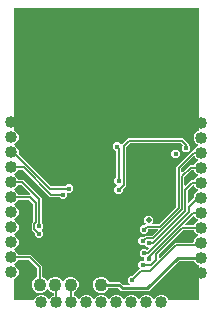
<source format=gbr>
G04 EAGLE Gerber RS-274X export*
G75*
%MOMM*%
%FSLAX34Y34*%
%LPD*%
%INBottom Copper*%
%IPPOS*%
%AMOC8*
5,1,8,0,0,1.08239X$1,22.5*%
G01*
%ADD10C,1.016000*%
%ADD11C,1.100000*%
%ADD12C,0.450000*%
%ADD13C,0.453200*%
%ADD14C,0.152400*%
%ADD15C,0.503200*%
%ADD16C,0.254000*%

G36*
X159837Y2366D02*
X159837Y2366D01*
X159856Y2364D01*
X159958Y2386D01*
X160060Y2402D01*
X160077Y2412D01*
X160097Y2416D01*
X160186Y2469D01*
X160277Y2518D01*
X160291Y2532D01*
X160308Y2542D01*
X160375Y2621D01*
X160447Y2696D01*
X160455Y2714D01*
X160468Y2729D01*
X160507Y2825D01*
X160550Y2919D01*
X160552Y2939D01*
X160560Y2957D01*
X160578Y3124D01*
X160578Y31538D01*
X160559Y31653D01*
X160542Y31769D01*
X160540Y31775D01*
X160539Y31781D01*
X160484Y31883D01*
X160431Y31988D01*
X160426Y31993D01*
X160423Y31998D01*
X160339Y32078D01*
X160255Y32161D01*
X160249Y32164D01*
X160245Y32168D01*
X160228Y32176D01*
X160108Y32242D01*
X158963Y32716D01*
X157176Y34503D01*
X156933Y35089D01*
X156871Y35189D01*
X156812Y35289D01*
X156807Y35293D01*
X156803Y35298D01*
X156713Y35373D01*
X156625Y35449D01*
X156619Y35451D01*
X156614Y35455D01*
X156506Y35497D01*
X156396Y35541D01*
X156389Y35542D01*
X156384Y35543D01*
X156366Y35544D01*
X156230Y35559D01*
X144468Y35559D01*
X144378Y35545D01*
X144287Y35537D01*
X144257Y35525D01*
X144225Y35520D01*
X144144Y35477D01*
X144060Y35441D01*
X144028Y35415D01*
X144008Y35404D01*
X143985Y35381D01*
X143929Y35336D01*
X118052Y9459D01*
X94948Y9459D01*
X92171Y12236D01*
X92097Y12289D01*
X92027Y12349D01*
X91997Y12361D01*
X91971Y12380D01*
X91884Y12407D01*
X91799Y12441D01*
X91758Y12445D01*
X91736Y12452D01*
X91704Y12451D01*
X91632Y12459D01*
X84785Y12459D01*
X84670Y12440D01*
X84554Y12423D01*
X84548Y12421D01*
X84542Y12420D01*
X84439Y12365D01*
X84335Y12312D01*
X84330Y12307D01*
X84325Y12304D01*
X84245Y12220D01*
X84162Y12136D01*
X84159Y12130D01*
X84155Y12126D01*
X84148Y12109D01*
X84082Y11989D01*
X83740Y11165D01*
X81835Y9260D01*
X79347Y8229D01*
X76653Y8229D01*
X74165Y9260D01*
X72260Y11165D01*
X71229Y13653D01*
X71229Y16347D01*
X72260Y18835D01*
X74165Y20740D01*
X76653Y21771D01*
X79347Y21771D01*
X81835Y20740D01*
X83740Y18835D01*
X84082Y18011D01*
X84143Y17911D01*
X84203Y17811D01*
X84208Y17807D01*
X84211Y17802D01*
X84301Y17727D01*
X84390Y17651D01*
X84396Y17649D01*
X84401Y17645D01*
X84509Y17603D01*
X84618Y17559D01*
X84626Y17558D01*
X84630Y17557D01*
X84649Y17556D01*
X84785Y17541D01*
X94052Y17541D01*
X96829Y14764D01*
X96903Y14711D01*
X96973Y14651D01*
X97003Y14639D01*
X97029Y14620D01*
X97116Y14593D01*
X97201Y14559D01*
X97242Y14555D01*
X97264Y14548D01*
X97296Y14549D01*
X97368Y14541D01*
X101832Y14541D01*
X101903Y14552D01*
X101975Y14554D01*
X102024Y14572D01*
X102075Y14580D01*
X102138Y14614D01*
X102206Y14639D01*
X102246Y14671D01*
X102293Y14696D01*
X102342Y14748D01*
X102398Y14792D01*
X102426Y14836D01*
X102462Y14874D01*
X102492Y14939D01*
X102531Y14999D01*
X102544Y15050D01*
X102566Y15097D01*
X102573Y15168D01*
X102591Y15238D01*
X102587Y15290D01*
X102593Y15341D01*
X102577Y15412D01*
X102572Y15483D01*
X102551Y15531D01*
X102540Y15582D01*
X102504Y15643D01*
X102475Y15709D01*
X102431Y15765D01*
X102414Y15793D01*
X102412Y15794D01*
X102412Y15795D01*
X102396Y15809D01*
X102371Y15840D01*
X100619Y17592D01*
X100619Y20508D01*
X102682Y22571D01*
X104471Y22571D01*
X104561Y22585D01*
X104652Y22593D01*
X104681Y22605D01*
X104713Y22610D01*
X104794Y22653D01*
X104878Y22689D01*
X104910Y22715D01*
X104931Y22726D01*
X104953Y22749D01*
X105009Y22794D01*
X109504Y27289D01*
X110470Y28255D01*
X110481Y28271D01*
X110497Y28283D01*
X110553Y28370D01*
X110613Y28454D01*
X110619Y28473D01*
X110630Y28490D01*
X110655Y28590D01*
X110686Y28689D01*
X110685Y28709D01*
X110690Y28729D01*
X110682Y28832D01*
X110679Y28935D01*
X110672Y28954D01*
X110671Y28974D01*
X110631Y29069D01*
X110595Y29166D01*
X110582Y29182D01*
X110575Y29200D01*
X110470Y29331D01*
X109509Y30292D01*
X109509Y33208D01*
X111572Y35271D01*
X113828Y35271D01*
X113848Y35274D01*
X113867Y35272D01*
X113969Y35294D01*
X114071Y35310D01*
X114088Y35320D01*
X114108Y35324D01*
X114197Y35377D01*
X114288Y35426D01*
X114302Y35440D01*
X114319Y35450D01*
X114386Y35529D01*
X114458Y35604D01*
X114466Y35622D01*
X114479Y35637D01*
X114518Y35733D01*
X114561Y35827D01*
X114563Y35847D01*
X114571Y35865D01*
X114589Y36032D01*
X114589Y37628D01*
X114586Y37648D01*
X114588Y37667D01*
X114566Y37769D01*
X114550Y37871D01*
X114540Y37888D01*
X114536Y37908D01*
X114483Y37997D01*
X114434Y38088D01*
X114420Y38102D01*
X114410Y38119D01*
X114331Y38186D01*
X114256Y38258D01*
X114238Y38266D01*
X114223Y38279D01*
X114127Y38318D01*
X114033Y38361D01*
X114013Y38363D01*
X113995Y38371D01*
X113828Y38389D01*
X112842Y38389D01*
X110779Y40452D01*
X110779Y43368D01*
X112842Y45431D01*
X115758Y45431D01*
X116296Y44893D01*
X116312Y44881D01*
X116325Y44866D01*
X116412Y44810D01*
X116496Y44750D01*
X116515Y44744D01*
X116531Y44733D01*
X116632Y44708D01*
X116731Y44677D01*
X116751Y44678D01*
X116770Y44673D01*
X116873Y44681D01*
X116977Y44684D01*
X116995Y44690D01*
X117015Y44692D01*
X117110Y44732D01*
X117208Y44768D01*
X117223Y44781D01*
X117242Y44788D01*
X117373Y44893D01*
X117923Y45444D01*
X117965Y45502D01*
X118015Y45554D01*
X118037Y45602D01*
X118067Y45644D01*
X118088Y45712D01*
X118118Y45777D01*
X118124Y45829D01*
X118139Y45879D01*
X118137Y45951D01*
X118145Y46022D01*
X118134Y46073D01*
X118133Y46125D01*
X118108Y46192D01*
X118093Y46262D01*
X118066Y46307D01*
X118049Y46356D01*
X118004Y46412D01*
X117967Y46473D01*
X117927Y46507D01*
X117895Y46548D01*
X117835Y46587D01*
X117780Y46633D01*
X117732Y46653D01*
X117688Y46681D01*
X117618Y46698D01*
X117552Y46725D01*
X117481Y46733D01*
X117449Y46741D01*
X117426Y46739D01*
X117385Y46744D01*
X117114Y46744D01*
X115437Y48421D01*
X115420Y48433D01*
X115408Y48448D01*
X115321Y48504D01*
X115237Y48565D01*
X115218Y48570D01*
X115201Y48581D01*
X115101Y48606D01*
X115002Y48637D01*
X114982Y48636D01*
X114962Y48641D01*
X114860Y48633D01*
X114756Y48631D01*
X114737Y48624D01*
X114717Y48622D01*
X114622Y48582D01*
X114534Y48549D01*
X111572Y48549D01*
X109509Y50612D01*
X109509Y53528D01*
X111572Y55591D01*
X113361Y55591D01*
X113451Y55605D01*
X113542Y55613D01*
X113571Y55625D01*
X113603Y55630D01*
X113684Y55673D01*
X113768Y55709D01*
X113800Y55735D01*
X113821Y55746D01*
X113843Y55769D01*
X113899Y55814D01*
X114728Y56643D01*
X120904Y56643D01*
X120994Y56657D01*
X121085Y56665D01*
X121115Y56677D01*
X121147Y56682D01*
X121227Y56725D01*
X121311Y56761D01*
X121343Y56787D01*
X121364Y56798D01*
X121386Y56821D01*
X121442Y56866D01*
X125679Y61102D01*
X125721Y61160D01*
X125770Y61212D01*
X125792Y61260D01*
X125822Y61302D01*
X125844Y61370D01*
X125874Y61436D01*
X125879Y61487D01*
X125895Y61537D01*
X125893Y61609D01*
X125901Y61680D01*
X125890Y61731D01*
X125888Y61783D01*
X125864Y61850D01*
X125849Y61920D01*
X125822Y61965D01*
X125804Y62014D01*
X125759Y62070D01*
X125722Y62131D01*
X125683Y62165D01*
X125650Y62206D01*
X125590Y62245D01*
X125536Y62291D01*
X125487Y62311D01*
X125443Y62339D01*
X125374Y62357D01*
X125307Y62383D01*
X125236Y62391D01*
X125205Y62399D01*
X125182Y62397D01*
X125141Y62402D01*
X118246Y62402D01*
X118227Y62399D01*
X118207Y62401D01*
X118106Y62379D01*
X118004Y62362D01*
X117986Y62353D01*
X117967Y62349D01*
X117878Y62295D01*
X117786Y62247D01*
X117773Y62233D01*
X117756Y62222D01*
X117688Y62144D01*
X117617Y62069D01*
X117609Y62051D01*
X117596Y62035D01*
X117557Y61939D01*
X117513Y61846D01*
X117511Y61826D01*
X117504Y61807D01*
X117485Y61641D01*
X117485Y60436D01*
X115423Y58374D01*
X112506Y58374D01*
X110444Y60436D01*
X110444Y63353D01*
X112506Y65415D01*
X114295Y65415D01*
X114385Y65430D01*
X114476Y65437D01*
X114506Y65450D01*
X114538Y65455D01*
X114619Y65498D01*
X114702Y65533D01*
X114735Y65559D01*
X114755Y65570D01*
X114777Y65593D01*
X114833Y65638D01*
X115362Y66166D01*
X115373Y66183D01*
X115389Y66195D01*
X115445Y66282D01*
X115505Y66366D01*
X115511Y66385D01*
X115522Y66402D01*
X115547Y66503D01*
X115578Y66601D01*
X115577Y66621D01*
X115582Y66641D01*
X115574Y66744D01*
X115571Y66847D01*
X115564Y66866D01*
X115563Y66886D01*
X115522Y66981D01*
X115487Y67078D01*
X115474Y67094D01*
X115467Y67112D01*
X115362Y67243D01*
X114323Y68281D01*
X114323Y71419D01*
X116541Y73637D01*
X119679Y73637D01*
X121897Y71419D01*
X121897Y68281D01*
X121382Y67767D01*
X121340Y67709D01*
X121291Y67657D01*
X121269Y67609D01*
X121239Y67567D01*
X121217Y67499D01*
X121187Y67434D01*
X121181Y67382D01*
X121166Y67332D01*
X121168Y67260D01*
X121160Y67189D01*
X121171Y67138D01*
X121173Y67086D01*
X121197Y67019D01*
X121212Y66949D01*
X121239Y66904D01*
X121257Y66855D01*
X121302Y66799D01*
X121339Y66738D01*
X121378Y66704D01*
X121411Y66663D01*
X121471Y66624D01*
X121525Y66578D01*
X121574Y66558D01*
X121618Y66530D01*
X121687Y66513D01*
X121754Y66486D01*
X121825Y66478D01*
X121856Y66470D01*
X121879Y66472D01*
X121920Y66467D01*
X126777Y66467D01*
X126867Y66482D01*
X126958Y66489D01*
X126988Y66502D01*
X127020Y66507D01*
X127101Y66550D01*
X127185Y66585D01*
X127217Y66611D01*
X127237Y66622D01*
X127260Y66645D01*
X127315Y66690D01*
X141254Y80629D01*
X141307Y80703D01*
X141367Y80772D01*
X141379Y80803D01*
X141398Y80829D01*
X141425Y80916D01*
X141459Y81001D01*
X141463Y81042D01*
X141470Y81064D01*
X141469Y81096D01*
X141477Y81167D01*
X141477Y115142D01*
X155368Y129033D01*
X156019Y129033D01*
X156134Y129052D01*
X156250Y129069D01*
X156256Y129071D01*
X156262Y129072D01*
X156364Y129127D01*
X156470Y129180D01*
X156474Y129185D01*
X156479Y129188D01*
X156559Y129272D01*
X156642Y129356D01*
X156645Y129362D01*
X156649Y129366D01*
X156657Y129383D01*
X156723Y129503D01*
X157176Y130597D01*
X158963Y132384D01*
X159597Y132647D01*
X159658Y132684D01*
X159723Y132714D01*
X159762Y132749D01*
X159806Y132776D01*
X159852Y132831D01*
X159905Y132880D01*
X159930Y132926D01*
X159963Y132966D01*
X159989Y133033D01*
X160023Y133096D01*
X160032Y133147D01*
X160051Y133195D01*
X160054Y133267D01*
X160067Y133338D01*
X160059Y133389D01*
X160062Y133441D01*
X160042Y133510D01*
X160031Y133581D01*
X160007Y133627D01*
X159993Y133677D01*
X159952Y133736D01*
X159920Y133800D01*
X159882Y133837D01*
X159853Y133879D01*
X159795Y133922D01*
X159744Y133972D01*
X159681Y134007D01*
X159655Y134026D01*
X159633Y134033D01*
X159597Y134053D01*
X158963Y134316D01*
X157176Y136103D01*
X156209Y138437D01*
X156209Y140963D01*
X157176Y143297D01*
X158963Y145084D01*
X160108Y145558D01*
X160208Y145620D01*
X160308Y145680D01*
X160312Y145685D01*
X160317Y145688D01*
X160392Y145779D01*
X160468Y145867D01*
X160470Y145873D01*
X160474Y145878D01*
X160516Y145986D01*
X160560Y146095D01*
X160561Y146103D01*
X160562Y146107D01*
X160563Y146125D01*
X160578Y146262D01*
X160578Y248989D01*
X160575Y249009D01*
X160577Y249028D01*
X160555Y249130D01*
X160539Y249232D01*
X160529Y249249D01*
X160525Y249269D01*
X160472Y249358D01*
X160423Y249449D01*
X160409Y249463D01*
X160399Y249480D01*
X160320Y249547D01*
X160245Y249619D01*
X160227Y249627D01*
X160212Y249640D01*
X160116Y249679D01*
X160022Y249722D01*
X160002Y249724D01*
X159984Y249732D01*
X159817Y249750D01*
X4775Y249750D01*
X4755Y249747D01*
X4736Y249749D01*
X4634Y249727D01*
X4532Y249710D01*
X4515Y249701D01*
X4495Y249697D01*
X4406Y249644D01*
X4315Y249595D01*
X4301Y249581D01*
X4284Y249571D01*
X4217Y249492D01*
X4145Y249417D01*
X4137Y249399D01*
X4124Y249384D01*
X4085Y249288D01*
X4042Y249194D01*
X4040Y249174D01*
X4032Y249156D01*
X4014Y248989D01*
X4014Y146531D01*
X4033Y146416D01*
X4050Y146300D01*
X4052Y146294D01*
X4053Y146288D01*
X4108Y146186D01*
X4161Y146081D01*
X4166Y146076D01*
X4169Y146071D01*
X4253Y145991D01*
X4337Y145908D01*
X4343Y145905D01*
X4347Y145901D01*
X4364Y145894D01*
X4484Y145828D01*
X5232Y145517D01*
X7019Y143731D01*
X7986Y141397D01*
X7986Y138870D01*
X7019Y136536D01*
X5232Y134750D01*
X4598Y134487D01*
X4537Y134449D01*
X4471Y134420D01*
X4433Y134385D01*
X4389Y134357D01*
X4343Y134302D01*
X4290Y134254D01*
X4265Y134208D01*
X4232Y134168D01*
X4206Y134101D01*
X4172Y134038D01*
X4163Y133987D01*
X4144Y133938D01*
X4141Y133867D01*
X4128Y133796D01*
X4136Y133744D01*
X4133Y133692D01*
X4153Y133624D01*
X4164Y133553D01*
X4187Y133506D01*
X4202Y133456D01*
X4243Y133397D01*
X4275Y133333D01*
X4313Y133297D01*
X4342Y133254D01*
X4400Y133211D01*
X4451Y133161D01*
X4514Y133127D01*
X4540Y133107D01*
X4562Y133100D01*
X4598Y133080D01*
X5232Y132817D01*
X7019Y131031D01*
X7986Y128697D01*
X7986Y126156D01*
X8000Y126066D01*
X8008Y125975D01*
X8020Y125945D01*
X8025Y125913D01*
X8068Y125832D01*
X8104Y125748D01*
X8130Y125716D01*
X8141Y125696D01*
X8164Y125673D01*
X8209Y125617D01*
X35050Y98776D01*
X35124Y98723D01*
X35194Y98663D01*
X35224Y98651D01*
X35250Y98632D01*
X35337Y98605D01*
X35422Y98571D01*
X35463Y98567D01*
X35485Y98560D01*
X35517Y98561D01*
X35589Y98553D01*
X47538Y98553D01*
X47628Y98567D01*
X47719Y98575D01*
X47749Y98587D01*
X47781Y98592D01*
X47862Y98635D01*
X47946Y98671D01*
X47978Y98697D01*
X47998Y98708D01*
X48021Y98731D01*
X48077Y98776D01*
X49342Y100041D01*
X52258Y100041D01*
X54321Y97978D01*
X54321Y95062D01*
X52258Y92999D01*
X50002Y92999D01*
X49982Y92996D01*
X49963Y92998D01*
X49861Y92976D01*
X49759Y92960D01*
X49742Y92950D01*
X49722Y92946D01*
X49633Y92893D01*
X49542Y92844D01*
X49528Y92830D01*
X49511Y92820D01*
X49444Y92741D01*
X49372Y92666D01*
X49364Y92648D01*
X49351Y92633D01*
X49312Y92537D01*
X49269Y92443D01*
X49267Y92423D01*
X49259Y92405D01*
X49241Y92238D01*
X49241Y89982D01*
X47178Y87919D01*
X44262Y87919D01*
X42997Y89184D01*
X42923Y89237D01*
X42853Y89297D01*
X42823Y89309D01*
X42797Y89328D01*
X42710Y89355D01*
X42625Y89389D01*
X42584Y89393D01*
X42562Y89400D01*
X42530Y89399D01*
X42458Y89407D01*
X34718Y89407D01*
X11647Y112478D01*
X11573Y112531D01*
X11504Y112590D01*
X11474Y112603D01*
X11448Y112621D01*
X11361Y112648D01*
X11276Y112682D01*
X11235Y112687D01*
X11213Y112694D01*
X11180Y112693D01*
X11109Y112701D01*
X8176Y112701D01*
X8061Y112682D01*
X7945Y112665D01*
X7939Y112662D01*
X7933Y112661D01*
X7831Y112607D01*
X7725Y112553D01*
X7721Y112549D01*
X7716Y112546D01*
X7636Y112462D01*
X7553Y112378D01*
X7550Y112371D01*
X7546Y112368D01*
X7538Y112351D01*
X7472Y112231D01*
X7019Y111136D01*
X5232Y109350D01*
X4598Y109087D01*
X4537Y109049D01*
X4471Y109020D01*
X4433Y108985D01*
X4389Y108957D01*
X4343Y108902D01*
X4290Y108854D01*
X4265Y108808D01*
X4232Y108768D01*
X4206Y108701D01*
X4172Y108638D01*
X4163Y108587D01*
X4144Y108538D01*
X4141Y108467D01*
X4128Y108396D01*
X4136Y108344D01*
X4133Y108292D01*
X4153Y108224D01*
X4164Y108153D01*
X4187Y108106D01*
X4202Y108056D01*
X4243Y107997D01*
X4275Y107933D01*
X4313Y107897D01*
X4342Y107854D01*
X4400Y107811D01*
X4451Y107761D01*
X4514Y107727D01*
X4540Y107707D01*
X4562Y107700D01*
X4598Y107680D01*
X5232Y107417D01*
X7019Y105631D01*
X7472Y104536D01*
X7534Y104436D01*
X7594Y104337D01*
X7599Y104333D01*
X7602Y104327D01*
X7693Y104252D01*
X7781Y104177D01*
X7787Y104174D01*
X7791Y104170D01*
X7900Y104129D01*
X8009Y104085D01*
X8016Y104084D01*
X8021Y104082D01*
X8039Y104081D01*
X8176Y104066D01*
X11838Y104066D01*
X27433Y88472D01*
X27433Y68032D01*
X27447Y67942D01*
X27455Y67851D01*
X27467Y67821D01*
X27472Y67789D01*
X27515Y67708D01*
X27551Y67624D01*
X27577Y67592D01*
X27588Y67572D01*
X27611Y67549D01*
X27656Y67493D01*
X28921Y66228D01*
X28921Y63312D01*
X27742Y62133D01*
X27731Y62117D01*
X27715Y62105D01*
X27659Y62017D01*
X27599Y61934D01*
X27593Y61915D01*
X27582Y61898D01*
X27557Y61797D01*
X27526Y61698D01*
X27527Y61679D01*
X27522Y61659D01*
X27530Y61556D01*
X27533Y61453D01*
X27540Y61434D01*
X27541Y61414D01*
X27582Y61319D01*
X27617Y61222D01*
X27630Y61206D01*
X27638Y61188D01*
X27742Y61057D01*
X28921Y59878D01*
X28921Y56962D01*
X26858Y54899D01*
X23942Y54899D01*
X21879Y56962D01*
X21879Y58751D01*
X21865Y58841D01*
X21857Y58932D01*
X21845Y58961D01*
X21840Y58993D01*
X21797Y59074D01*
X21761Y59158D01*
X21735Y59190D01*
X21724Y59211D01*
X21701Y59233D01*
X21656Y59289D01*
X19085Y61860D01*
X19085Y67386D01*
X20350Y68651D01*
X20403Y68725D01*
X20463Y68794D01*
X20475Y68824D01*
X20494Y68850D01*
X20521Y68937D01*
X20555Y69022D01*
X20559Y69063D01*
X20566Y69086D01*
X20565Y69118D01*
X20573Y69189D01*
X20573Y82917D01*
X20559Y83007D01*
X20551Y83098D01*
X20539Y83127D01*
X20534Y83159D01*
X20491Y83240D01*
X20455Y83324D01*
X20429Y83356D01*
X20418Y83377D01*
X20395Y83399D01*
X20350Y83455D01*
X16727Y87078D01*
X16653Y87131D01*
X16584Y87190D01*
X16554Y87203D01*
X16528Y87221D01*
X16441Y87248D01*
X16356Y87282D01*
X16315Y87287D01*
X16293Y87294D01*
X16260Y87293D01*
X16189Y87301D01*
X8176Y87301D01*
X8061Y87282D01*
X7945Y87265D01*
X7939Y87262D01*
X7933Y87261D01*
X7831Y87207D01*
X7725Y87153D01*
X7721Y87149D01*
X7716Y87146D01*
X7636Y87062D01*
X7553Y86978D01*
X7550Y86971D01*
X7546Y86968D01*
X7538Y86951D01*
X7472Y86831D01*
X7019Y85736D01*
X5232Y83950D01*
X4598Y83687D01*
X4537Y83649D01*
X4471Y83620D01*
X4433Y83585D01*
X4389Y83557D01*
X4343Y83502D01*
X4290Y83454D01*
X4265Y83408D01*
X4232Y83368D01*
X4206Y83301D01*
X4172Y83238D01*
X4163Y83187D01*
X4144Y83138D01*
X4141Y83067D01*
X4128Y82996D01*
X4136Y82944D01*
X4133Y82892D01*
X4153Y82824D01*
X4164Y82753D01*
X4187Y82706D01*
X4202Y82656D01*
X4243Y82597D01*
X4275Y82533D01*
X4313Y82497D01*
X4342Y82454D01*
X4400Y82411D01*
X4451Y82361D01*
X4514Y82327D01*
X4540Y82307D01*
X4562Y82300D01*
X4598Y82280D01*
X5232Y82017D01*
X7019Y80231D01*
X7986Y77897D01*
X7986Y75370D01*
X7019Y73036D01*
X5232Y71250D01*
X4598Y70987D01*
X4537Y70949D01*
X4471Y70920D01*
X4433Y70885D01*
X4389Y70857D01*
X4343Y70802D01*
X4290Y70754D01*
X4265Y70708D01*
X4232Y70668D01*
X4206Y70601D01*
X4172Y70538D01*
X4163Y70487D01*
X4144Y70438D01*
X4141Y70367D01*
X4128Y70296D01*
X4136Y70244D01*
X4133Y70192D01*
X4153Y70124D01*
X4164Y70053D01*
X4187Y70006D01*
X4202Y69956D01*
X4243Y69897D01*
X4275Y69833D01*
X4313Y69797D01*
X4342Y69754D01*
X4400Y69711D01*
X4451Y69661D01*
X4514Y69627D01*
X4540Y69607D01*
X4562Y69600D01*
X4598Y69580D01*
X5232Y69317D01*
X7019Y67531D01*
X7986Y65197D01*
X7986Y62670D01*
X7019Y60336D01*
X5232Y58550D01*
X4598Y58287D01*
X4537Y58249D01*
X4471Y58220D01*
X4433Y58185D01*
X4389Y58157D01*
X4343Y58102D01*
X4290Y58054D01*
X4265Y58008D01*
X4232Y57968D01*
X4206Y57901D01*
X4172Y57838D01*
X4163Y57787D01*
X4144Y57738D01*
X4141Y57667D01*
X4128Y57596D01*
X4136Y57544D01*
X4133Y57492D01*
X4153Y57424D01*
X4164Y57353D01*
X4187Y57306D01*
X4202Y57256D01*
X4243Y57197D01*
X4275Y57133D01*
X4313Y57097D01*
X4342Y57054D01*
X4400Y57011D01*
X4451Y56961D01*
X4514Y56927D01*
X4540Y56907D01*
X4562Y56900D01*
X4598Y56880D01*
X5232Y56617D01*
X7019Y54831D01*
X7986Y52497D01*
X7986Y49970D01*
X7019Y47636D01*
X5232Y45850D01*
X4598Y45587D01*
X4537Y45549D01*
X4471Y45520D01*
X4433Y45485D01*
X4389Y45457D01*
X4343Y45402D01*
X4290Y45354D01*
X4265Y45308D01*
X4232Y45268D01*
X4206Y45201D01*
X4172Y45138D01*
X4163Y45087D01*
X4144Y45038D01*
X4141Y44967D01*
X4128Y44896D01*
X4136Y44844D01*
X4133Y44792D01*
X4153Y44724D01*
X4164Y44653D01*
X4187Y44606D01*
X4202Y44556D01*
X4243Y44497D01*
X4275Y44433D01*
X4313Y44397D01*
X4342Y44354D01*
X4400Y44311D01*
X4451Y44261D01*
X4514Y44227D01*
X4540Y44207D01*
X4562Y44200D01*
X4598Y44180D01*
X5232Y43917D01*
X7019Y42131D01*
X7472Y41036D01*
X7534Y40936D01*
X7594Y40837D01*
X7599Y40833D01*
X7602Y40827D01*
X7693Y40752D01*
X7781Y40677D01*
X7787Y40674D01*
X7791Y40670D01*
X7900Y40629D01*
X8009Y40585D01*
X8016Y40584D01*
X8021Y40582D01*
X8039Y40581D01*
X8176Y40566D01*
X18308Y40566D01*
X28033Y30842D01*
X28033Y21995D01*
X28052Y21880D01*
X28069Y21764D01*
X28071Y21759D01*
X28072Y21752D01*
X28127Y21650D01*
X28180Y21545D01*
X28185Y21541D01*
X28188Y21535D01*
X28272Y21455D01*
X28356Y21373D01*
X28362Y21369D01*
X28366Y21366D01*
X28383Y21358D01*
X28503Y21292D01*
X29835Y20740D01*
X31740Y18835D01*
X31797Y18698D01*
X31834Y18637D01*
X31864Y18572D01*
X31899Y18533D01*
X31926Y18489D01*
X31981Y18444D01*
X32030Y18391D01*
X32076Y18366D01*
X32116Y18332D01*
X32183Y18307D01*
X32246Y18272D01*
X32297Y18263D01*
X32345Y18244D01*
X32417Y18241D01*
X32488Y18228D01*
X32539Y18236D01*
X32591Y18234D01*
X32660Y18254D01*
X32731Y18264D01*
X32777Y18288D01*
X32827Y18302D01*
X32886Y18343D01*
X32950Y18376D01*
X32987Y18413D01*
X33029Y18443D01*
X33072Y18500D01*
X33122Y18551D01*
X33157Y18614D01*
X33176Y18640D01*
X33183Y18662D01*
X33203Y18698D01*
X33260Y18835D01*
X35165Y20740D01*
X37653Y21771D01*
X40347Y21771D01*
X42835Y20740D01*
X44740Y18835D01*
X44797Y18698D01*
X44835Y18637D01*
X44864Y18572D01*
X44899Y18533D01*
X44926Y18489D01*
X44982Y18444D01*
X45030Y18391D01*
X45076Y18366D01*
X45116Y18332D01*
X45183Y18307D01*
X45246Y18272D01*
X45297Y18263D01*
X45345Y18244D01*
X45417Y18241D01*
X45488Y18228D01*
X45539Y18236D01*
X45591Y18234D01*
X45660Y18254D01*
X45731Y18264D01*
X45777Y18288D01*
X45827Y18302D01*
X45886Y18343D01*
X45950Y18376D01*
X45987Y18413D01*
X46029Y18443D01*
X46072Y18500D01*
X46122Y18551D01*
X46157Y18614D01*
X46176Y18640D01*
X46183Y18662D01*
X46203Y18698D01*
X46260Y18835D01*
X48165Y20740D01*
X50653Y21771D01*
X53347Y21771D01*
X55835Y20740D01*
X57740Y18835D01*
X58771Y16347D01*
X58771Y13653D01*
X57740Y11165D01*
X55835Y9260D01*
X55097Y8954D01*
X54997Y8893D01*
X54897Y8833D01*
X54893Y8828D01*
X54888Y8824D01*
X54813Y8734D01*
X54737Y8646D01*
X54735Y8640D01*
X54731Y8635D01*
X54689Y8527D01*
X54645Y8418D01*
X54644Y8410D01*
X54643Y8405D01*
X54642Y8387D01*
X54627Y8251D01*
X54627Y6668D01*
X54646Y6553D01*
X54663Y6437D01*
X54665Y6431D01*
X54666Y6425D01*
X54721Y6323D01*
X54774Y6217D01*
X54779Y6213D01*
X54782Y6208D01*
X54866Y6128D01*
X54950Y6045D01*
X54956Y6042D01*
X54960Y6038D01*
X54977Y6030D01*
X55097Y5964D01*
X56191Y5511D01*
X57978Y3724D01*
X58241Y3090D01*
X58278Y3029D01*
X58308Y2963D01*
X58343Y2925D01*
X58370Y2881D01*
X58426Y2835D01*
X58474Y2782D01*
X58520Y2757D01*
X58560Y2724D01*
X58627Y2698D01*
X58690Y2664D01*
X58741Y2655D01*
X58789Y2636D01*
X58861Y2633D01*
X58932Y2620D01*
X58983Y2628D01*
X59035Y2625D01*
X59104Y2645D01*
X59175Y2656D01*
X59221Y2679D01*
X59271Y2694D01*
X59330Y2735D01*
X59394Y2767D01*
X59431Y2805D01*
X59473Y2834D01*
X59516Y2892D01*
X59566Y2943D01*
X59601Y3006D01*
X59620Y3032D01*
X59628Y3054D01*
X59647Y3090D01*
X59910Y3724D01*
X61697Y5511D01*
X64031Y6478D01*
X66557Y6478D01*
X68891Y5511D01*
X70678Y3724D01*
X70941Y3090D01*
X70978Y3029D01*
X71008Y2963D01*
X71043Y2925D01*
X71070Y2881D01*
X71126Y2835D01*
X71174Y2782D01*
X71220Y2757D01*
X71260Y2724D01*
X71327Y2698D01*
X71390Y2664D01*
X71441Y2655D01*
X71489Y2636D01*
X71561Y2633D01*
X71632Y2620D01*
X71683Y2628D01*
X71735Y2625D01*
X71804Y2645D01*
X71875Y2656D01*
X71921Y2679D01*
X71971Y2694D01*
X72030Y2735D01*
X72094Y2767D01*
X72131Y2805D01*
X72173Y2834D01*
X72216Y2892D01*
X72266Y2943D01*
X72301Y3006D01*
X72320Y3032D01*
X72328Y3054D01*
X72347Y3090D01*
X72610Y3724D01*
X74397Y5511D01*
X76731Y6478D01*
X79257Y6478D01*
X81591Y5511D01*
X83378Y3724D01*
X83641Y3090D01*
X83678Y3029D01*
X83708Y2963D01*
X83743Y2925D01*
X83770Y2881D01*
X83826Y2835D01*
X83874Y2782D01*
X83920Y2757D01*
X83960Y2724D01*
X84027Y2698D01*
X84090Y2664D01*
X84141Y2655D01*
X84189Y2636D01*
X84261Y2633D01*
X84332Y2620D01*
X84383Y2628D01*
X84435Y2625D01*
X84504Y2645D01*
X84575Y2656D01*
X84621Y2679D01*
X84671Y2694D01*
X84730Y2735D01*
X84794Y2767D01*
X84831Y2805D01*
X84873Y2834D01*
X84916Y2892D01*
X84966Y2943D01*
X85001Y3006D01*
X85020Y3032D01*
X85027Y3054D01*
X85047Y3090D01*
X85310Y3724D01*
X87097Y5511D01*
X89431Y6478D01*
X91957Y6478D01*
X94291Y5511D01*
X96078Y3724D01*
X96341Y3090D01*
X96378Y3029D01*
X96408Y2963D01*
X96443Y2925D01*
X96470Y2881D01*
X96526Y2835D01*
X96574Y2782D01*
X96620Y2757D01*
X96660Y2724D01*
X96727Y2698D01*
X96790Y2664D01*
X96841Y2655D01*
X96889Y2636D01*
X96961Y2633D01*
X97032Y2620D01*
X97083Y2628D01*
X97135Y2625D01*
X97204Y2645D01*
X97275Y2656D01*
X97321Y2679D01*
X97371Y2694D01*
X97430Y2735D01*
X97494Y2767D01*
X97531Y2805D01*
X97573Y2834D01*
X97616Y2892D01*
X97666Y2943D01*
X97701Y3006D01*
X97720Y3032D01*
X97727Y3054D01*
X97747Y3090D01*
X98010Y3724D01*
X99797Y5511D01*
X102131Y6478D01*
X104657Y6478D01*
X106991Y5511D01*
X108778Y3724D01*
X109041Y3090D01*
X109078Y3029D01*
X109108Y2963D01*
X109143Y2925D01*
X109170Y2881D01*
X109226Y2835D01*
X109274Y2782D01*
X109320Y2757D01*
X109360Y2724D01*
X109427Y2698D01*
X109490Y2664D01*
X109541Y2655D01*
X109589Y2636D01*
X109661Y2633D01*
X109732Y2620D01*
X109783Y2628D01*
X109835Y2625D01*
X109904Y2645D01*
X109975Y2656D01*
X110021Y2679D01*
X110071Y2694D01*
X110130Y2735D01*
X110194Y2767D01*
X110231Y2805D01*
X110273Y2834D01*
X110316Y2892D01*
X110366Y2943D01*
X110401Y3006D01*
X110420Y3032D01*
X110427Y3054D01*
X110447Y3090D01*
X110710Y3724D01*
X112497Y5511D01*
X114831Y6478D01*
X117357Y6478D01*
X119691Y5511D01*
X121478Y3724D01*
X121741Y3090D01*
X121778Y3029D01*
X121808Y2963D01*
X121843Y2925D01*
X121870Y2881D01*
X121926Y2835D01*
X121974Y2782D01*
X122020Y2757D01*
X122060Y2724D01*
X122127Y2698D01*
X122190Y2664D01*
X122241Y2655D01*
X122289Y2636D01*
X122361Y2633D01*
X122432Y2620D01*
X122483Y2628D01*
X122535Y2625D01*
X122604Y2645D01*
X122675Y2656D01*
X122721Y2679D01*
X122771Y2694D01*
X122830Y2735D01*
X122894Y2767D01*
X122931Y2805D01*
X122973Y2834D01*
X123016Y2892D01*
X123066Y2943D01*
X123101Y3006D01*
X123120Y3032D01*
X123127Y3054D01*
X123147Y3090D01*
X123410Y3724D01*
X125197Y5511D01*
X127531Y6478D01*
X130057Y6478D01*
X132391Y5511D01*
X134178Y3724D01*
X134547Y2833D01*
X134609Y2733D01*
X134669Y2633D01*
X134674Y2629D01*
X134677Y2624D01*
X134767Y2549D01*
X134856Y2473D01*
X134862Y2471D01*
X134866Y2467D01*
X134974Y2425D01*
X135084Y2381D01*
X135091Y2380D01*
X135096Y2379D01*
X135114Y2378D01*
X135251Y2363D01*
X159817Y2363D01*
X159837Y2366D01*
G37*
%LPC*%
G36*
X91252Y91729D02*
X91252Y91729D01*
X89189Y93792D01*
X89189Y96708D01*
X91003Y98522D01*
X91014Y98538D01*
X91030Y98550D01*
X91060Y98597D01*
X91075Y98613D01*
X91088Y98640D01*
X91146Y98721D01*
X91152Y98740D01*
X91163Y98757D01*
X91188Y98858D01*
X91219Y98957D01*
X91218Y98976D01*
X91223Y98996D01*
X91215Y99099D01*
X91212Y99202D01*
X91205Y99221D01*
X91204Y99241D01*
X91163Y99336D01*
X91128Y99433D01*
X91115Y99449D01*
X91107Y99467D01*
X91003Y99598D01*
X89189Y101412D01*
X89189Y104328D01*
X90454Y105593D01*
X90507Y105667D01*
X90567Y105737D01*
X90579Y105767D01*
X90598Y105793D01*
X90625Y105880D01*
X90659Y105965D01*
X90663Y106006D01*
X90670Y106028D01*
X90669Y106060D01*
X90677Y106132D01*
X90677Y127798D01*
X90674Y127818D01*
X90676Y127837D01*
X90654Y127939D01*
X90638Y128041D01*
X90628Y128058D01*
X90624Y128078D01*
X90571Y128167D01*
X90522Y128258D01*
X90508Y128272D01*
X90498Y128289D01*
X90419Y128356D01*
X90344Y128428D01*
X90326Y128436D01*
X90311Y128449D01*
X90215Y128488D01*
X90121Y128531D01*
X90101Y128533D01*
X90083Y128541D01*
X89990Y128551D01*
X87919Y130622D01*
X87919Y133538D01*
X89982Y135601D01*
X92898Y135601D01*
X94494Y134005D01*
X94510Y133994D01*
X94523Y133978D01*
X94610Y133922D01*
X94694Y133862D01*
X94713Y133856D01*
X94729Y133845D01*
X94830Y133820D01*
X94929Y133789D01*
X94949Y133790D01*
X94968Y133785D01*
X95071Y133793D01*
X95175Y133796D01*
X95193Y133803D01*
X95213Y133804D01*
X95308Y133844D01*
X95406Y133880D01*
X95421Y133893D01*
X95440Y133900D01*
X95570Y134005D01*
X96373Y134808D01*
X99344Y137779D01*
X100758Y139193D01*
X146892Y139193D01*
X151893Y134192D01*
X151893Y134072D01*
X151907Y133982D01*
X151915Y133891D01*
X151927Y133861D01*
X151932Y133829D01*
X151959Y133779D01*
X151960Y133778D01*
X151975Y133748D01*
X152011Y133664D01*
X152037Y133632D01*
X152048Y133612D01*
X152071Y133589D01*
X152076Y133583D01*
X152085Y133568D01*
X152095Y133560D01*
X152116Y133533D01*
X153381Y132268D01*
X153381Y129352D01*
X151318Y127289D01*
X148402Y127289D01*
X146339Y129352D01*
X146339Y132268D01*
X146665Y132594D01*
X146676Y132610D01*
X146692Y132623D01*
X146748Y132710D01*
X146808Y132794D01*
X146814Y132813D01*
X146825Y132829D01*
X146850Y132930D01*
X146881Y133029D01*
X146880Y133049D01*
X146885Y133068D01*
X146877Y133171D01*
X146874Y133275D01*
X146867Y133293D01*
X146866Y133313D01*
X146826Y133408D01*
X146790Y133506D01*
X146777Y133521D01*
X146770Y133540D01*
X146665Y133670D01*
X145431Y134904D01*
X145357Y134957D01*
X145288Y135017D01*
X145257Y135029D01*
X145231Y135048D01*
X145144Y135075D01*
X145059Y135109D01*
X145018Y135113D01*
X144996Y135120D01*
X144964Y135119D01*
X144893Y135127D01*
X102757Y135127D01*
X102667Y135113D01*
X102576Y135105D01*
X102547Y135093D01*
X102515Y135088D01*
X102434Y135045D01*
X102350Y135009D01*
X102318Y134983D01*
X102297Y134972D01*
X102275Y134949D01*
X102219Y134904D01*
X99248Y131933D01*
X99195Y131859D01*
X99135Y131790D01*
X99123Y131759D01*
X99104Y131733D01*
X99077Y131646D01*
X99043Y131561D01*
X99039Y131520D01*
X99032Y131498D01*
X99033Y131466D01*
X99025Y131395D01*
X99025Y98984D01*
X96454Y96413D01*
X96401Y96339D01*
X96341Y96270D01*
X96329Y96240D01*
X96310Y96214D01*
X96283Y96127D01*
X96249Y96042D01*
X96245Y96001D01*
X96238Y95978D01*
X96239Y95946D01*
X96231Y95875D01*
X96231Y93792D01*
X94168Y91729D01*
X91252Y91729D01*
G37*
%LPD*%
G36*
X20852Y2381D02*
X20852Y2381D01*
X20968Y2399D01*
X20974Y2401D01*
X20980Y2402D01*
X21083Y2457D01*
X21188Y2510D01*
X21192Y2515D01*
X21198Y2518D01*
X21278Y2603D01*
X21360Y2686D01*
X21363Y2692D01*
X21367Y2696D01*
X21375Y2713D01*
X21441Y2833D01*
X21810Y3724D01*
X23597Y5511D01*
X25931Y6478D01*
X28457Y6478D01*
X30791Y5511D01*
X32578Y3724D01*
X32841Y3090D01*
X32878Y3029D01*
X32908Y2963D01*
X32943Y2925D01*
X32970Y2881D01*
X33026Y2835D01*
X33074Y2782D01*
X33120Y2757D01*
X33160Y2724D01*
X33227Y2698D01*
X33290Y2664D01*
X33341Y2655D01*
X33389Y2636D01*
X33461Y2633D01*
X33532Y2620D01*
X33583Y2628D01*
X33635Y2625D01*
X33704Y2645D01*
X33775Y2656D01*
X33821Y2679D01*
X33871Y2694D01*
X33930Y2735D01*
X33994Y2767D01*
X34031Y2805D01*
X34073Y2834D01*
X34116Y2892D01*
X34166Y2943D01*
X34201Y3006D01*
X34220Y3032D01*
X34228Y3054D01*
X34247Y3090D01*
X34510Y3724D01*
X36297Y5511D01*
X37391Y5964D01*
X37491Y6026D01*
X37591Y6086D01*
X37595Y6091D01*
X37600Y6094D01*
X37675Y6185D01*
X37751Y6273D01*
X37753Y6279D01*
X37757Y6283D01*
X37799Y6392D01*
X37843Y6501D01*
X37844Y6508D01*
X37845Y6513D01*
X37846Y6531D01*
X37861Y6668D01*
X37861Y7634D01*
X37842Y7749D01*
X37825Y7865D01*
X37823Y7871D01*
X37822Y7877D01*
X37767Y7980D01*
X37714Y8085D01*
X37709Y8089D01*
X37706Y8095D01*
X37622Y8174D01*
X37538Y8257D01*
X37532Y8261D01*
X37528Y8264D01*
X37511Y8272D01*
X37391Y8338D01*
X35165Y9260D01*
X33260Y11165D01*
X33203Y11302D01*
X33165Y11363D01*
X33136Y11428D01*
X33101Y11467D01*
X33074Y11511D01*
X33018Y11556D01*
X32970Y11609D01*
X32924Y11634D01*
X32884Y11668D01*
X32817Y11693D01*
X32754Y11728D01*
X32703Y11737D01*
X32655Y11756D01*
X32583Y11759D01*
X32512Y11772D01*
X32461Y11764D01*
X32409Y11766D01*
X32340Y11746D01*
X32269Y11736D01*
X32223Y11712D01*
X32173Y11698D01*
X32114Y11657D01*
X32050Y11624D01*
X32013Y11587D01*
X31971Y11557D01*
X31928Y11500D01*
X31878Y11449D01*
X31843Y11386D01*
X31824Y11360D01*
X31817Y11338D01*
X31797Y11302D01*
X31740Y11165D01*
X29835Y9260D01*
X27347Y8229D01*
X24653Y8229D01*
X22165Y9260D01*
X20260Y11165D01*
X19229Y13653D01*
X19229Y16347D01*
X20260Y18835D01*
X22165Y20740D01*
X23497Y21292D01*
X23597Y21354D01*
X23697Y21413D01*
X23701Y21418D01*
X23706Y21422D01*
X23781Y21512D01*
X23857Y21600D01*
X23859Y21606D01*
X23863Y21611D01*
X23905Y21719D01*
X23949Y21829D01*
X23950Y21836D01*
X23951Y21841D01*
X23952Y21859D01*
X23967Y21995D01*
X23967Y28843D01*
X23953Y28933D01*
X23945Y29024D01*
X23933Y29053D01*
X23928Y29085D01*
X23885Y29166D01*
X23849Y29250D01*
X23823Y29282D01*
X23812Y29303D01*
X23789Y29325D01*
X23744Y29381D01*
X16847Y36278D01*
X16773Y36331D01*
X16704Y36390D01*
X16674Y36403D01*
X16648Y36421D01*
X16561Y36448D01*
X16476Y36482D01*
X16435Y36487D01*
X16413Y36494D01*
X16380Y36493D01*
X16309Y36501D01*
X8176Y36501D01*
X8061Y36482D01*
X7945Y36465D01*
X7939Y36462D01*
X7933Y36461D01*
X7831Y36407D01*
X7725Y36353D01*
X7721Y36349D01*
X7716Y36346D01*
X7636Y36262D01*
X7553Y36178D01*
X7550Y36171D01*
X7546Y36168D01*
X7538Y36151D01*
X7472Y36031D01*
X7019Y34936D01*
X5232Y33150D01*
X4598Y32887D01*
X4537Y32849D01*
X4471Y32820D01*
X4433Y32785D01*
X4389Y32757D01*
X4343Y32702D01*
X4290Y32654D01*
X4265Y32608D01*
X4232Y32568D01*
X4206Y32501D01*
X4172Y32438D01*
X4163Y32387D01*
X4144Y32338D01*
X4141Y32267D01*
X4128Y32196D01*
X4136Y32144D01*
X4133Y32092D01*
X4153Y32024D01*
X4164Y31953D01*
X4187Y31906D01*
X4202Y31856D01*
X4243Y31797D01*
X4275Y31733D01*
X4313Y31697D01*
X4342Y31654D01*
X4400Y31611D01*
X4451Y31561D01*
X4514Y31527D01*
X4540Y31507D01*
X4562Y31500D01*
X4598Y31480D01*
X5232Y31217D01*
X7019Y29431D01*
X7986Y27097D01*
X7986Y24570D01*
X7019Y22236D01*
X5232Y20450D01*
X4484Y20140D01*
X4384Y20078D01*
X4284Y20018D01*
X4280Y20013D01*
X4275Y20010D01*
X4200Y19919D01*
X4124Y19831D01*
X4122Y19825D01*
X4118Y19820D01*
X4076Y19712D01*
X4032Y19603D01*
X4031Y19595D01*
X4030Y19591D01*
X4029Y19573D01*
X4014Y19436D01*
X4014Y3124D01*
X4017Y3104D01*
X4015Y3085D01*
X4037Y2983D01*
X4053Y2881D01*
X4063Y2864D01*
X4067Y2844D01*
X4120Y2755D01*
X4169Y2664D01*
X4183Y2650D01*
X4193Y2633D01*
X4272Y2566D01*
X4347Y2494D01*
X4365Y2486D01*
X4380Y2473D01*
X4476Y2434D01*
X4570Y2391D01*
X4590Y2389D01*
X4608Y2381D01*
X4775Y2363D01*
X20737Y2363D01*
X20852Y2381D01*
G37*
G36*
X127364Y37750D02*
X127364Y37750D01*
X127435Y37756D01*
X127483Y37776D01*
X127534Y37787D01*
X127595Y37824D01*
X127661Y37852D01*
X127717Y37897D01*
X127745Y37913D01*
X127760Y37931D01*
X127792Y37957D01*
X139213Y49377D01*
X140626Y50791D01*
X155448Y50791D01*
X155468Y50794D01*
X155487Y50792D01*
X155589Y50814D01*
X155691Y50831D01*
X155708Y50840D01*
X155728Y50844D01*
X155817Y50898D01*
X155908Y50946D01*
X155922Y50960D01*
X155939Y50971D01*
X156006Y51049D01*
X156078Y51124D01*
X156086Y51142D01*
X156099Y51157D01*
X156138Y51254D01*
X156181Y51347D01*
X156183Y51367D01*
X156191Y51386D01*
X156209Y51552D01*
X156209Y52063D01*
X157176Y54397D01*
X158963Y56184D01*
X159597Y56447D01*
X159658Y56484D01*
X159724Y56514D01*
X159762Y56549D01*
X159806Y56576D01*
X159852Y56632D01*
X159905Y56680D01*
X159930Y56726D01*
X159963Y56766D01*
X159989Y56833D01*
X160023Y56896D01*
X160032Y56947D01*
X160051Y56995D01*
X160054Y57067D01*
X160067Y57138D01*
X160059Y57189D01*
X160062Y57241D01*
X160042Y57310D01*
X160031Y57381D01*
X160007Y57427D01*
X159993Y57477D01*
X159952Y57536D01*
X159920Y57600D01*
X159883Y57637D01*
X159853Y57679D01*
X159795Y57722D01*
X159744Y57772D01*
X159681Y57807D01*
X159655Y57826D01*
X159633Y57833D01*
X159597Y57853D01*
X158963Y58116D01*
X157176Y59903D01*
X156723Y60997D01*
X156661Y61097D01*
X156601Y61197D01*
X156596Y61201D01*
X156593Y61206D01*
X156502Y61281D01*
X156414Y61357D01*
X156408Y61359D01*
X156404Y61363D01*
X156295Y61405D01*
X156186Y61449D01*
X156179Y61450D01*
X156174Y61451D01*
X156156Y61452D01*
X156019Y61467D01*
X147914Y61467D01*
X147824Y61453D01*
X147733Y61445D01*
X147703Y61433D01*
X147671Y61428D01*
X147591Y61385D01*
X147507Y61349D01*
X147475Y61323D01*
X147454Y61312D01*
X147432Y61289D01*
X147376Y61244D01*
X126716Y40584D01*
X126663Y40510D01*
X126603Y40441D01*
X126591Y40411D01*
X126572Y40384D01*
X126545Y40297D01*
X126511Y40213D01*
X126507Y40172D01*
X126500Y40149D01*
X126501Y40117D01*
X126493Y40046D01*
X126493Y38495D01*
X126504Y38425D01*
X126506Y38353D01*
X126524Y38304D01*
X126532Y38253D01*
X126566Y38189D01*
X126591Y38122D01*
X126623Y38081D01*
X126648Y38035D01*
X126700Y37986D01*
X126744Y37930D01*
X126788Y37902D01*
X126826Y37866D01*
X126891Y37836D01*
X126951Y37797D01*
X127002Y37784D01*
X127049Y37762D01*
X127120Y37754D01*
X127190Y37737D01*
X127242Y37741D01*
X127293Y37735D01*
X127364Y37750D01*
G37*
G36*
X149208Y98964D02*
X149208Y98964D01*
X149279Y98970D01*
X149327Y98990D01*
X149378Y99001D01*
X149439Y99038D01*
X149505Y99066D01*
X149561Y99111D01*
X149589Y99127D01*
X149604Y99145D01*
X149636Y99171D01*
X152684Y102219D01*
X154098Y103633D01*
X156019Y103633D01*
X156134Y103652D01*
X156250Y103669D01*
X156256Y103671D01*
X156262Y103672D01*
X156364Y103727D01*
X156470Y103780D01*
X156474Y103785D01*
X156479Y103788D01*
X156559Y103872D01*
X156642Y103956D01*
X156645Y103962D01*
X156649Y103966D01*
X156657Y103983D01*
X156723Y104103D01*
X157176Y105197D01*
X158963Y106984D01*
X159597Y107247D01*
X159658Y107284D01*
X159724Y107314D01*
X159762Y107349D01*
X159806Y107376D01*
X159852Y107432D01*
X159905Y107480D01*
X159930Y107526D01*
X159963Y107566D01*
X159989Y107633D01*
X160023Y107696D01*
X160032Y107747D01*
X160051Y107795D01*
X160054Y107867D01*
X160067Y107938D01*
X160059Y107989D01*
X160062Y108041D01*
X160042Y108110D01*
X160031Y108181D01*
X160008Y108227D01*
X159993Y108277D01*
X159952Y108336D01*
X159920Y108400D01*
X159882Y108437D01*
X159853Y108479D01*
X159795Y108522D01*
X159744Y108572D01*
X159681Y108607D01*
X159655Y108626D01*
X159633Y108633D01*
X159597Y108653D01*
X158963Y108916D01*
X157176Y110703D01*
X156723Y111797D01*
X156661Y111897D01*
X156601Y111997D01*
X156596Y112001D01*
X156593Y112006D01*
X156502Y112081D01*
X156414Y112157D01*
X156408Y112159D01*
X156404Y112163D01*
X156295Y112205D01*
X156186Y112249D01*
X156179Y112250D01*
X156174Y112251D01*
X156156Y112252D01*
X156019Y112267D01*
X154827Y112267D01*
X154737Y112253D01*
X154646Y112245D01*
X154617Y112233D01*
X154585Y112228D01*
X154504Y112185D01*
X154420Y112149D01*
X154388Y112123D01*
X154367Y112112D01*
X154345Y112089D01*
X154289Y112044D01*
X148560Y106315D01*
X148507Y106241D01*
X148447Y106172D01*
X148435Y106141D01*
X148416Y106115D01*
X148389Y106028D01*
X148355Y105943D01*
X148351Y105902D01*
X148344Y105880D01*
X148345Y105848D01*
X148337Y105777D01*
X148337Y99709D01*
X148348Y99639D01*
X148350Y99567D01*
X148368Y99518D01*
X148376Y99467D01*
X148410Y99403D01*
X148435Y99336D01*
X148467Y99295D01*
X148492Y99249D01*
X148544Y99200D01*
X148588Y99144D01*
X148632Y99116D01*
X148670Y99080D01*
X148735Y99050D01*
X148795Y99011D01*
X148846Y98998D01*
X148893Y98976D01*
X148964Y98968D01*
X149034Y98951D01*
X149086Y98955D01*
X149137Y98949D01*
X149208Y98964D01*
G37*
G36*
X152002Y84486D02*
X152002Y84486D01*
X152073Y84492D01*
X152121Y84512D01*
X152172Y84523D01*
X152233Y84560D01*
X152299Y84588D01*
X152355Y84633D01*
X152383Y84649D01*
X152398Y84667D01*
X152430Y84693D01*
X155986Y88249D01*
X156039Y88323D01*
X156099Y88392D01*
X156111Y88423D01*
X156130Y88449D01*
X156157Y88536D01*
X156191Y88621D01*
X156195Y88662D01*
X156202Y88684D01*
X156201Y88716D01*
X156209Y88787D01*
X156209Y90163D01*
X157176Y92497D01*
X158963Y94284D01*
X159597Y94547D01*
X159658Y94584D01*
X159724Y94614D01*
X159762Y94649D01*
X159806Y94676D01*
X159852Y94732D01*
X159905Y94780D01*
X159930Y94826D01*
X159963Y94866D01*
X159989Y94933D01*
X160023Y94996D01*
X160032Y95047D01*
X160051Y95095D01*
X160054Y95167D01*
X160067Y95238D01*
X160059Y95289D01*
X160062Y95341D01*
X160042Y95410D01*
X160031Y95481D01*
X160008Y95527D01*
X159993Y95577D01*
X159952Y95636D01*
X159920Y95700D01*
X159882Y95737D01*
X159853Y95779D01*
X159795Y95822D01*
X159744Y95872D01*
X159681Y95907D01*
X159655Y95926D01*
X159633Y95934D01*
X159597Y95953D01*
X158963Y96216D01*
X157176Y98003D01*
X156745Y99042D01*
X156721Y99081D01*
X156706Y99124D01*
X156657Y99185D01*
X156616Y99251D01*
X156581Y99281D01*
X156552Y99316D01*
X156486Y99358D01*
X156426Y99408D01*
X156384Y99425D01*
X156345Y99449D01*
X156269Y99468D01*
X156197Y99496D01*
X156151Y99498D01*
X156106Y99509D01*
X156029Y99503D01*
X155951Y99507D01*
X155907Y99494D01*
X155861Y99490D01*
X155790Y99460D01*
X155715Y99438D01*
X155677Y99412D01*
X155635Y99394D01*
X155528Y99309D01*
X155513Y99298D01*
X155510Y99294D01*
X155504Y99289D01*
X151354Y95139D01*
X151301Y95065D01*
X151241Y94996D01*
X151229Y94965D01*
X151210Y94939D01*
X151183Y94852D01*
X151149Y94767D01*
X151145Y94726D01*
X151138Y94704D01*
X151139Y94672D01*
X151131Y94601D01*
X151131Y85231D01*
X151142Y85161D01*
X151144Y85089D01*
X151162Y85040D01*
X151170Y84989D01*
X151204Y84925D01*
X151229Y84858D01*
X151261Y84817D01*
X151286Y84771D01*
X151337Y84722D01*
X151382Y84666D01*
X151426Y84638D01*
X151464Y84602D01*
X151529Y84572D01*
X151589Y84533D01*
X151640Y84520D01*
X151687Y84498D01*
X151758Y84490D01*
X151828Y84473D01*
X151880Y84477D01*
X151931Y84471D01*
X152002Y84486D01*
G37*
G36*
X17022Y91378D02*
X17022Y91378D01*
X17094Y91380D01*
X17143Y91398D01*
X17194Y91406D01*
X17257Y91440D01*
X17325Y91464D01*
X17365Y91497D01*
X17411Y91521D01*
X17461Y91573D01*
X17517Y91618D01*
X17545Y91662D01*
X17581Y91700D01*
X17611Y91764D01*
X17650Y91825D01*
X17662Y91875D01*
X17684Y91923D01*
X17692Y91994D01*
X17710Y92063D01*
X17706Y92115D01*
X17711Y92167D01*
X17696Y92237D01*
X17691Y92309D01*
X17670Y92356D01*
X17659Y92407D01*
X17622Y92469D01*
X17594Y92535D01*
X17549Y92591D01*
X17533Y92619D01*
X17515Y92634D01*
X17489Y92666D01*
X10377Y99778D01*
X10303Y99831D01*
X10234Y99890D01*
X10204Y99903D01*
X10178Y99921D01*
X10091Y99948D01*
X10006Y99982D01*
X9965Y99987D01*
X9943Y99994D01*
X9910Y99993D01*
X9839Y100001D01*
X8176Y100001D01*
X8061Y99982D01*
X7945Y99965D01*
X7939Y99962D01*
X7933Y99961D01*
X7831Y99907D01*
X7725Y99853D01*
X7721Y99849D01*
X7716Y99846D01*
X7636Y99762D01*
X7553Y99678D01*
X7550Y99671D01*
X7546Y99668D01*
X7538Y99651D01*
X7472Y99531D01*
X7019Y98436D01*
X5232Y96650D01*
X4598Y96387D01*
X4537Y96349D01*
X4471Y96320D01*
X4433Y96285D01*
X4389Y96257D01*
X4343Y96202D01*
X4290Y96154D01*
X4265Y96108D01*
X4232Y96068D01*
X4206Y96001D01*
X4172Y95938D01*
X4163Y95887D01*
X4144Y95838D01*
X4141Y95767D01*
X4128Y95696D01*
X4136Y95644D01*
X4133Y95592D01*
X4153Y95524D01*
X4164Y95453D01*
X4187Y95406D01*
X4202Y95356D01*
X4243Y95297D01*
X4275Y95233D01*
X4313Y95197D01*
X4342Y95154D01*
X4400Y95111D01*
X4451Y95061D01*
X4514Y95027D01*
X4540Y95007D01*
X4562Y95000D01*
X4598Y94980D01*
X5232Y94717D01*
X7019Y92931D01*
X7472Y91836D01*
X7534Y91736D01*
X7594Y91637D01*
X7599Y91633D01*
X7602Y91627D01*
X7693Y91552D01*
X7781Y91477D01*
X7787Y91474D01*
X7791Y91470D01*
X7900Y91429D01*
X8009Y91385D01*
X8016Y91384D01*
X8021Y91382D01*
X8039Y91381D01*
X8176Y91366D01*
X16951Y91366D01*
X17022Y91378D01*
G37*
G36*
X146414Y110140D02*
X146414Y110140D01*
X146485Y110146D01*
X146533Y110166D01*
X146584Y110177D01*
X146645Y110214D01*
X146711Y110242D01*
X146767Y110287D01*
X146795Y110303D01*
X146810Y110321D01*
X146842Y110347D01*
X151414Y114919D01*
X152828Y116333D01*
X156019Y116333D01*
X156134Y116352D01*
X156250Y116369D01*
X156256Y116371D01*
X156262Y116372D01*
X156364Y116427D01*
X156470Y116480D01*
X156474Y116485D01*
X156479Y116488D01*
X156559Y116572D01*
X156642Y116656D01*
X156645Y116662D01*
X156649Y116666D01*
X156657Y116683D01*
X156723Y116803D01*
X157176Y117897D01*
X158963Y119684D01*
X159597Y119947D01*
X159658Y119984D01*
X159723Y120014D01*
X159762Y120049D01*
X159806Y120076D01*
X159852Y120131D01*
X159905Y120180D01*
X159930Y120226D01*
X159963Y120266D01*
X159989Y120333D01*
X160023Y120396D01*
X160032Y120447D01*
X160051Y120495D01*
X160054Y120567D01*
X160067Y120638D01*
X160059Y120689D01*
X160062Y120741D01*
X160042Y120810D01*
X160031Y120881D01*
X160007Y120927D01*
X159993Y120977D01*
X159952Y121036D01*
X159920Y121100D01*
X159882Y121137D01*
X159853Y121179D01*
X159795Y121222D01*
X159744Y121272D01*
X159681Y121307D01*
X159655Y121326D01*
X159633Y121333D01*
X159597Y121353D01*
X158963Y121616D01*
X157176Y123403D01*
X157117Y123544D01*
X157093Y123583D01*
X157078Y123626D01*
X157029Y123687D01*
X156988Y123753D01*
X156953Y123782D01*
X156924Y123818D01*
X156858Y123860D01*
X156798Y123910D01*
X156756Y123926D01*
X156717Y123951D01*
X156641Y123970D01*
X156569Y123998D01*
X156523Y124000D01*
X156478Y124011D01*
X156401Y124005D01*
X156323Y124009D01*
X156279Y123996D01*
X156233Y123992D01*
X156162Y123962D01*
X156087Y123940D01*
X156049Y123914D01*
X156007Y123896D01*
X155900Y123811D01*
X155885Y123800D01*
X155882Y123796D01*
X155876Y123791D01*
X145766Y113681D01*
X145713Y113607D01*
X145653Y113538D01*
X145641Y113507D01*
X145622Y113481D01*
X145595Y113394D01*
X145561Y113309D01*
X145557Y113268D01*
X145550Y113246D01*
X145551Y113214D01*
X145543Y113143D01*
X145543Y110885D01*
X145554Y110815D01*
X145556Y110743D01*
X145574Y110694D01*
X145582Y110643D01*
X145616Y110579D01*
X145641Y110512D01*
X145673Y110471D01*
X145698Y110425D01*
X145750Y110376D01*
X145794Y110320D01*
X145838Y110292D01*
X145876Y110256D01*
X145941Y110226D01*
X146001Y110187D01*
X146052Y110174D01*
X146099Y110152D01*
X146170Y110144D01*
X146240Y110127D01*
X146292Y110131D01*
X146343Y110125D01*
X146414Y110140D01*
G37*
G36*
X156134Y65552D02*
X156134Y65552D01*
X156250Y65569D01*
X156256Y65571D01*
X156262Y65572D01*
X156364Y65627D01*
X156470Y65680D01*
X156474Y65685D01*
X156479Y65688D01*
X156559Y65772D01*
X156642Y65856D01*
X156645Y65862D01*
X156649Y65866D01*
X156657Y65883D01*
X156723Y66003D01*
X157176Y67097D01*
X158963Y68884D01*
X159597Y69147D01*
X159658Y69184D01*
X159724Y69214D01*
X159762Y69249D01*
X159806Y69276D01*
X159852Y69332D01*
X159905Y69380D01*
X159930Y69426D01*
X159963Y69466D01*
X159989Y69533D01*
X160023Y69596D01*
X160032Y69647D01*
X160051Y69695D01*
X160054Y69767D01*
X160067Y69838D01*
X160059Y69889D01*
X160062Y69941D01*
X160042Y70010D01*
X160031Y70081D01*
X160007Y70127D01*
X159993Y70177D01*
X159952Y70236D01*
X159920Y70300D01*
X159883Y70337D01*
X159853Y70379D01*
X159795Y70422D01*
X159744Y70472D01*
X159681Y70507D01*
X159655Y70526D01*
X159633Y70533D01*
X159597Y70553D01*
X158963Y70816D01*
X157176Y72603D01*
X156911Y73242D01*
X156887Y73281D01*
X156871Y73324D01*
X156823Y73385D01*
X156782Y73451D01*
X156746Y73481D01*
X156717Y73516D01*
X156652Y73559D01*
X156592Y73608D01*
X156549Y73625D01*
X156511Y73649D01*
X156435Y73668D01*
X156362Y73696D01*
X156317Y73698D01*
X156272Y73710D01*
X156195Y73704D01*
X156117Y73707D01*
X156073Y73694D01*
X156027Y73690D01*
X155955Y73660D01*
X155880Y73638D01*
X155843Y73612D01*
X155801Y73594D01*
X155694Y73509D01*
X155678Y73498D01*
X155675Y73494D01*
X155670Y73489D01*
X149012Y66832D01*
X148971Y66774D01*
X148921Y66722D01*
X148899Y66675D01*
X148869Y66633D01*
X148848Y66564D01*
X148818Y66499D01*
X148812Y66447D01*
X148797Y66397D01*
X148798Y66326D01*
X148791Y66255D01*
X148802Y66204D01*
X148803Y66152D01*
X148828Y66084D01*
X148843Y66014D01*
X148870Y65969D01*
X148887Y65921D01*
X148932Y65865D01*
X148969Y65803D01*
X149009Y65769D01*
X149041Y65729D01*
X149101Y65690D01*
X149156Y65643D01*
X149204Y65624D01*
X149248Y65596D01*
X149317Y65578D01*
X149384Y65551D01*
X149455Y65543D01*
X149487Y65535D01*
X149510Y65537D01*
X149551Y65533D01*
X156019Y65533D01*
X156134Y65552D01*
G37*
%LPC*%
G36*
X139505Y122193D02*
X139505Y122193D01*
X137433Y124265D01*
X137433Y127195D01*
X139505Y129267D01*
X142435Y129267D01*
X144507Y127195D01*
X144507Y124265D01*
X142435Y122193D01*
X139505Y122193D01*
G37*
%LPD*%
D10*
X77994Y127D03*
X65294Y127D03*
X52594Y127D03*
X39894Y127D03*
X27194Y127D03*
X90694Y127D03*
X103394Y127D03*
X116094Y127D03*
X128794Y127D03*
X1635Y102034D03*
X1635Y89334D03*
X1635Y114734D03*
X1635Y76634D03*
X1635Y127434D03*
X1635Y63934D03*
X1635Y140134D03*
X1635Y51234D03*
X1635Y152834D03*
X1635Y38534D03*
X1635Y25834D03*
X162560Y101600D03*
X162560Y88900D03*
X162560Y114300D03*
X162560Y76200D03*
X162560Y127000D03*
X162560Y63500D03*
X162560Y139700D03*
X162560Y50800D03*
X162560Y152400D03*
X162560Y38100D03*
X162560Y25400D03*
D11*
X65000Y15000D03*
X78000Y15000D03*
X52000Y15000D03*
X26000Y15000D03*
X39000Y15000D03*
D12*
X58420Y71120D03*
X67310Y71120D03*
X67310Y63500D03*
X58420Y63500D03*
X58420Y54610D03*
X58420Y45720D03*
X74930Y71120D03*
X83820Y71120D03*
X91440Y71120D03*
X66040Y54610D03*
X74930Y63500D03*
X83820Y63500D03*
X91440Y63500D03*
X74930Y54610D03*
X74930Y45720D03*
X74930Y38100D03*
X83820Y38100D03*
X91440Y38100D03*
X91440Y45720D03*
X91440Y54610D03*
X83820Y54610D03*
X66040Y45720D03*
X66040Y38100D03*
X58420Y38100D03*
X83820Y45720D03*
X105410Y93980D03*
X105410Y88900D03*
X105410Y83820D03*
X110490Y93980D03*
X115570Y93980D03*
X110490Y88900D03*
X115570Y88900D03*
X110490Y83820D03*
X115570Y83820D03*
X119380Y129540D03*
X124460Y129540D03*
X74471Y97947D03*
X74471Y103027D03*
X74471Y108107D03*
X83164Y113122D03*
X83164Y118202D03*
X84392Y122772D03*
X74317Y122772D03*
X74228Y127721D03*
X74245Y132641D03*
X74274Y137630D03*
X79354Y137630D03*
X79325Y132641D03*
X79308Y127721D03*
X79397Y122772D03*
X83164Y141440D03*
X83164Y146520D03*
X83164Y151600D03*
X78084Y151600D03*
X73004Y151600D03*
X73004Y156680D03*
X73004Y161760D03*
X73004Y166840D03*
X73004Y171920D03*
X73004Y177000D03*
X73216Y182080D03*
X73066Y187771D03*
X73677Y192668D03*
X73616Y197503D03*
X73616Y202338D03*
X70993Y207303D03*
X69510Y211943D03*
X66983Y216253D03*
X63998Y220131D03*
X60623Y223432D03*
X57364Y226705D03*
X54029Y230169D03*
X50688Y233530D03*
X47739Y237116D03*
X46533Y241601D03*
X47623Y247099D03*
X35040Y247103D03*
X36208Y241730D03*
X36895Y236913D03*
X38542Y232401D03*
X41285Y228387D03*
X44686Y224946D03*
X47887Y221695D03*
X51255Y218090D03*
X54719Y214823D03*
X57685Y211176D03*
X60280Y207135D03*
X59749Y202500D03*
X59684Y197795D03*
X59654Y193288D03*
X59776Y188588D03*
X42296Y190106D03*
X45324Y186734D03*
X50121Y186727D03*
X54709Y187774D03*
X57523Y247099D03*
X67523Y247199D03*
X77523Y247199D03*
X87423Y247199D03*
X97523Y247199D03*
X107523Y247199D03*
X117623Y247099D03*
X127423Y247099D03*
X137523Y247099D03*
X147523Y247099D03*
X157423Y247099D03*
X51613Y241601D03*
X53349Y237178D03*
X56892Y233898D03*
X60106Y230596D03*
X63243Y227242D03*
X66773Y223974D03*
X69591Y220097D03*
X72050Y215753D03*
X74590Y210673D03*
X77130Y206863D03*
X31330Y241609D03*
X31330Y236529D03*
X33559Y231131D03*
X36496Y227165D03*
X39800Y223773D03*
X43001Y220425D03*
X46320Y217062D03*
X49639Y213553D03*
X52605Y209906D03*
X55200Y205865D03*
X62523Y241299D03*
X72523Y241299D03*
X82523Y241299D03*
X92523Y241299D03*
X102523Y241299D03*
X112523Y241299D03*
X122523Y241299D03*
X132523Y241299D03*
X142523Y241299D03*
X152523Y241299D03*
X67523Y236299D03*
X77523Y236299D03*
X87523Y236299D03*
X97523Y236299D03*
X107523Y236299D03*
X117523Y236299D03*
X127523Y236299D03*
X137523Y236299D03*
X147523Y236299D03*
X157523Y236299D03*
X72523Y231299D03*
X82523Y231299D03*
X92523Y231299D03*
X102523Y231299D03*
X112523Y231299D03*
X122523Y231299D03*
X132523Y231299D03*
X77523Y226299D03*
X87523Y226299D03*
X97523Y226299D03*
X107523Y226299D03*
X117523Y226299D03*
X127523Y226299D03*
X82523Y221299D03*
X92523Y221299D03*
X102523Y221299D03*
X112523Y221299D03*
X122523Y221299D03*
X132523Y221299D03*
X137523Y226299D03*
X142523Y231299D03*
X152523Y231299D03*
X87523Y216299D03*
X77523Y216299D03*
X97523Y216299D03*
X82523Y211299D03*
X92523Y211299D03*
X102523Y211299D03*
X112523Y211299D03*
X122523Y211299D03*
X107523Y216299D03*
X117523Y216299D03*
X127523Y216299D03*
X132523Y211299D03*
X147523Y226299D03*
X157523Y226299D03*
X142523Y221299D03*
X152523Y221299D03*
X137523Y216299D03*
X147523Y216299D03*
X157523Y216299D03*
X142523Y211299D03*
X152523Y211299D03*
X87523Y206299D03*
X97523Y206299D03*
X107523Y206299D03*
X117523Y206299D03*
X127523Y206299D03*
X137523Y206299D03*
X147523Y206299D03*
X157523Y206299D03*
X82523Y201299D03*
X92523Y201299D03*
X102523Y201299D03*
X112523Y201299D03*
X122523Y201299D03*
X132523Y201299D03*
X142523Y201299D03*
X152523Y201299D03*
X87523Y196299D03*
X82523Y191299D03*
X92523Y191299D03*
X97523Y196299D03*
X102523Y191299D03*
X107523Y196299D03*
X82523Y181299D03*
X87523Y186299D03*
X92523Y181299D03*
X97523Y186299D03*
X117523Y196299D03*
X127523Y196299D03*
X137523Y196299D03*
X147523Y196299D03*
X157523Y196299D03*
X112523Y191299D03*
X122523Y191299D03*
X132523Y191299D03*
X142523Y191299D03*
X152523Y191299D03*
X107523Y186299D03*
X117523Y186299D03*
X127523Y186299D03*
X137523Y186299D03*
X147523Y186299D03*
X157523Y186299D03*
X102523Y181299D03*
X112523Y181299D03*
X122523Y181299D03*
X132523Y181299D03*
X142523Y181299D03*
X152523Y181299D03*
X87523Y176299D03*
X97523Y176299D03*
X107523Y176299D03*
X117523Y176299D03*
X127523Y176299D03*
X137523Y176299D03*
X147523Y176299D03*
X157523Y176299D03*
X82523Y171299D03*
X92523Y171299D03*
X102523Y171299D03*
X112523Y171299D03*
X122523Y171299D03*
X132523Y171299D03*
X142523Y171299D03*
X152523Y171299D03*
X87523Y166299D03*
X97523Y166299D03*
X107523Y166299D03*
X117523Y166299D03*
X127523Y166299D03*
X137523Y166299D03*
X147523Y166299D03*
X157523Y166299D03*
X92523Y161299D03*
X102523Y161299D03*
X112523Y161299D03*
X122523Y161299D03*
X132523Y161299D03*
X142523Y161299D03*
X152523Y161299D03*
X97523Y156299D03*
X107523Y156299D03*
X117523Y156299D03*
X127523Y156299D03*
X137523Y156299D03*
X147523Y156299D03*
X82523Y161299D03*
X87523Y156299D03*
X77523Y186299D03*
X77523Y181299D03*
X77523Y176299D03*
X77523Y171299D03*
X77523Y166299D03*
X77523Y161299D03*
X77523Y156299D03*
X77523Y191299D03*
X77523Y198799D03*
X6623Y247199D03*
X6723Y236139D03*
X6723Y225979D03*
X6723Y215819D03*
X6723Y205659D03*
X6723Y195499D03*
X6723Y185339D03*
X6723Y175179D03*
X6723Y163749D03*
X13073Y241219D03*
X13073Y231059D03*
X13073Y220899D03*
X13073Y210739D03*
X18153Y236139D03*
X18153Y225979D03*
X18153Y215819D03*
X18153Y205659D03*
X23233Y241219D03*
X23233Y231059D03*
X23233Y220899D03*
X23233Y210739D03*
X28313Y225979D03*
X28313Y215819D03*
X28313Y205659D03*
X33393Y210739D03*
X33393Y220899D03*
X38473Y215819D03*
X38473Y205659D03*
X43553Y210739D03*
X48633Y205659D03*
X36887Y195323D03*
X48633Y195499D03*
X43553Y200579D03*
X53713Y200579D03*
X54574Y193288D03*
X61131Y235948D03*
X66174Y230838D03*
X56876Y240867D03*
X71382Y225076D03*
X74502Y221097D03*
X26250Y236529D03*
X60667Y96983D03*
X60791Y106321D03*
X60929Y111207D03*
X60875Y116046D03*
X60776Y120680D03*
X60838Y125515D03*
X60813Y130394D03*
X60790Y135134D03*
X61031Y140023D03*
X61031Y144784D03*
X61759Y149610D03*
X61747Y154478D03*
X61731Y159322D03*
X61716Y164271D03*
X61643Y169057D03*
X61716Y173990D03*
X60684Y101716D03*
X88244Y146520D03*
X88244Y141440D03*
X56636Y173990D03*
X56563Y169057D03*
X56636Y164271D03*
X56710Y159264D03*
X56783Y154478D03*
X56747Y149610D03*
X55951Y144784D03*
X55951Y140023D03*
X55710Y135134D03*
X55733Y130394D03*
X55758Y125515D03*
X55696Y120680D03*
X55795Y116046D03*
X55849Y111207D03*
X55711Y106321D03*
X16510Y63500D03*
X11636Y156490D03*
X24136Y156490D03*
X36636Y156490D03*
X49136Y156490D03*
X19136Y148990D03*
X31636Y148990D03*
X44136Y148990D03*
X11636Y141490D03*
X24136Y141490D03*
X36636Y141490D03*
X49136Y141490D03*
X19136Y133990D03*
X31636Y133990D03*
X44136Y133990D03*
X49136Y126490D03*
X26636Y126490D03*
X36636Y126490D03*
X44136Y121490D03*
X31636Y121490D03*
X16636Y126490D03*
X9136Y133990D03*
X21636Y121490D03*
X26636Y116490D03*
X36636Y116490D03*
X49136Y116490D03*
X31636Y111490D03*
X44136Y111490D03*
X49136Y106490D03*
X36636Y106490D03*
X44136Y101490D03*
X49136Y166490D03*
X41636Y166490D03*
X36894Y172544D03*
X42108Y171916D03*
X45167Y176627D03*
X50184Y176441D03*
D13*
X144505Y54123D03*
X119380Y59690D03*
D12*
X153793Y142249D03*
X155063Y119389D03*
X155063Y107959D03*
X155063Y93989D03*
X155063Y68589D03*
X155063Y55889D03*
X157603Y16519D03*
X157603Y6359D03*
X147443Y6359D03*
X137283Y6359D03*
X9013Y5089D03*
X9013Y15249D03*
X10283Y81289D03*
X10283Y95259D03*
X10283Y107959D03*
X31013Y31249D03*
X16013Y31249D03*
X11373Y247099D03*
X30260Y247103D03*
X92710Y102870D03*
X91440Y132080D03*
D14*
X92710Y130810D01*
X92710Y102870D01*
D12*
X92710Y95250D03*
X149860Y130810D03*
D14*
X92710Y95544D02*
X92710Y95250D01*
X92710Y95544D02*
X96992Y99826D01*
X96992Y132552D02*
X101600Y137160D01*
X96992Y132552D02*
X96992Y99826D01*
X149860Y130810D02*
X149860Y133350D01*
X146050Y137160D01*
X101600Y137160D01*
D13*
X140970Y125730D03*
D15*
X118110Y69850D03*
D16*
X117000Y12000D02*
X96000Y12000D01*
X117000Y12000D02*
X143100Y38100D01*
X162560Y38100D01*
X96000Y12000D02*
X93000Y15000D01*
X78000Y15000D01*
D12*
X78198Y13430D03*
D16*
X78000Y13628D01*
X78000Y15000D01*
D12*
X113030Y52070D03*
D14*
X115570Y54610D02*
X122061Y54610D01*
X115570Y54610D02*
X113030Y52070D01*
X122061Y54610D02*
X146304Y78853D01*
X146304Y106934D01*
X153670Y114300D01*
X162560Y114300D01*
D12*
X118572Y50264D03*
D14*
X121667Y50264D02*
X149098Y77695D01*
X121667Y50264D02*
X118572Y50264D01*
X149098Y95758D02*
X154940Y101600D01*
X149098Y95758D02*
X149098Y77695D01*
X154940Y101600D02*
X162560Y101600D01*
D12*
X114300Y41910D03*
D14*
X117264Y41910D01*
X151892Y76538D02*
X151892Y81280D01*
X159512Y88900D01*
X151892Y76538D02*
X117264Y41910D01*
X159512Y88900D02*
X162560Y88900D01*
D12*
X118110Y36830D03*
D14*
X118110Y38805D01*
X155506Y76200D01*
X162560Y76200D01*
D12*
X113030Y31750D03*
D14*
X115570Y31750D01*
X113030Y31750D02*
X120509Y31750D01*
X124460Y35701D02*
X124460Y41203D01*
X124460Y35701D02*
X120509Y31750D01*
X124460Y41203D02*
X146757Y63500D01*
X162560Y63500D01*
D12*
X104140Y19050D03*
D14*
X111760Y26670D01*
X119380Y26670D01*
X141468Y48758D01*
X160518Y48758D01*
X162560Y50800D01*
D12*
X113965Y61895D03*
D14*
X127935Y64435D02*
X143510Y80010D01*
X143510Y114300D01*
X156210Y127000D01*
X162560Y127000D01*
X116505Y64435D02*
X113965Y61895D01*
X116505Y64435D02*
X127935Y64435D01*
X52594Y14406D02*
X52175Y14825D01*
X52594Y14406D02*
X52594Y127D01*
D12*
X52175Y14825D03*
D16*
X52000Y15000D02*
X52000Y15000D01*
X52594Y14406D01*
D14*
X39894Y14106D02*
X39000Y15000D01*
X39894Y14106D02*
X39894Y127D01*
D12*
X39000Y15000D03*
D14*
X26000Y15000D02*
X26000Y30000D01*
X17466Y38534D02*
X6000Y38534D01*
X4775Y38534D01*
X17466Y38534D02*
X26000Y30000D01*
X4775Y38534D02*
X1635Y38534D01*
D12*
X26000Y15000D03*
X25400Y58420D03*
D14*
X21118Y66544D02*
X22606Y68032D01*
X21118Y62702D02*
X25400Y58420D01*
X21118Y62702D02*
X21118Y66544D01*
X17346Y89334D02*
X4775Y89334D01*
X4775Y88900D01*
X22606Y84074D02*
X22606Y68032D01*
X22606Y84074D02*
X17346Y89334D01*
X4775Y89334D02*
X1635Y89334D01*
D12*
X25400Y64770D03*
D14*
X25400Y87630D01*
X10996Y102034D02*
X6350Y102034D01*
X4775Y102034D01*
X10996Y102034D02*
X25400Y87630D01*
X4775Y102034D02*
X1635Y102034D01*
D12*
X50800Y96520D03*
D14*
X34431Y96520D01*
X3518Y127434D02*
X1635Y127434D01*
X3518Y127434D02*
X34431Y96520D01*
D12*
X45720Y91440D03*
D14*
X35560Y91440D01*
X12266Y114734D01*
X5080Y114734D01*
X1635Y114734D01*
M02*

</source>
